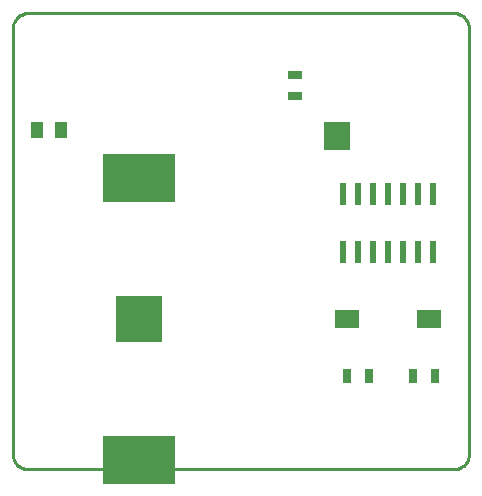
<source format=gtp>
G75*
%MOIN*%
%OFA0B0*%
%FSLAX24Y24*%
%IPPOS*%
%LPD*%
%AMOC8*
5,1,8,0,0,1.08239X$1,22.5*
%
%ADD10C,0.0098*%
%ADD11C,0.0100*%
%ADD12R,0.0433X0.0551*%
%ADD13R,0.1575X0.1575*%
%ADD14R,0.2400X0.1600*%
%ADD15R,0.0315X0.0472*%
%ADD16R,0.0500X0.0250*%
%ADD17R,0.0900X0.0960*%
%ADD18R,0.0787X0.0591*%
%ADD19R,0.0472X0.0315*%
%ADD20R,0.0220X0.0780*%
D10*
X001077Y000600D02*
X015277Y000600D01*
X015777Y001100D02*
X015777Y015300D01*
X015277Y015800D02*
X001077Y015800D01*
X000577Y015300D02*
X000577Y001100D01*
X000579Y001056D01*
X000585Y001013D01*
X000594Y000971D01*
X000607Y000929D01*
X000624Y000889D01*
X000644Y000850D01*
X000667Y000813D01*
X000694Y000779D01*
X000723Y000746D01*
X000756Y000717D01*
X000790Y000690D01*
X000827Y000667D01*
X000866Y000647D01*
X000906Y000630D01*
X000948Y000617D01*
X000990Y000608D01*
X001033Y000602D01*
X001077Y000600D01*
D11*
X015277Y000600D02*
X015321Y000602D01*
X015364Y000608D01*
X015406Y000617D01*
X015448Y000630D01*
X015488Y000647D01*
X015527Y000667D01*
X015564Y000690D01*
X015598Y000717D01*
X015631Y000746D01*
X015660Y000779D01*
X015687Y000813D01*
X015710Y000850D01*
X015730Y000889D01*
X015747Y000929D01*
X015760Y000971D01*
X015769Y001013D01*
X015775Y001056D01*
X015777Y001100D01*
X015777Y015300D02*
X015775Y015344D01*
X015769Y015387D01*
X015760Y015429D01*
X015747Y015471D01*
X015730Y015511D01*
X015710Y015550D01*
X015687Y015587D01*
X015660Y015621D01*
X015631Y015654D01*
X015598Y015683D01*
X015564Y015710D01*
X015527Y015733D01*
X015488Y015753D01*
X015448Y015770D01*
X015406Y015783D01*
X015364Y015792D01*
X015321Y015798D01*
X015277Y015800D01*
X001077Y015800D02*
X001033Y015798D01*
X000990Y015792D01*
X000948Y015783D01*
X000906Y015770D01*
X000866Y015753D01*
X000827Y015733D01*
X000790Y015710D01*
X000756Y015683D01*
X000723Y015654D01*
X000694Y015621D01*
X000667Y015587D01*
X000644Y015550D01*
X000624Y015511D01*
X000607Y015471D01*
X000594Y015429D01*
X000585Y015387D01*
X000579Y015344D01*
X000577Y015300D01*
D12*
X001383Y011900D03*
X002171Y011900D03*
D13*
X004777Y005600D03*
D14*
X004777Y000900D03*
X004777Y010300D03*
D15*
X011723Y003700D03*
X012431Y003700D03*
X013923Y003700D03*
X014631Y003700D03*
D16*
X011377Y011538D03*
X011377Y011862D03*
D17*
X011377Y011700D03*
D18*
X011699Y005600D03*
X014455Y005600D03*
D19*
X009977Y013046D03*
X009977Y013754D03*
D20*
X011577Y009770D03*
X012077Y009770D03*
X012577Y009770D03*
X013077Y009770D03*
X013577Y009770D03*
X014077Y009770D03*
X014577Y009770D03*
X014577Y007830D03*
X014077Y007830D03*
X013577Y007830D03*
X013077Y007830D03*
X012577Y007830D03*
X012077Y007830D03*
X011577Y007830D03*
M02*

</source>
